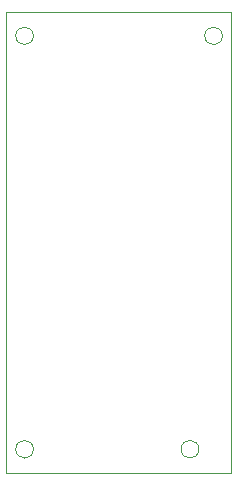
<source format=gbr>
%TF.GenerationSoftware,KiCad,Pcbnew,(6.0.2-0)*%
%TF.CreationDate,2022-03-31T23:17:21+02:00*%
%TF.ProjectId,BadPico,42616450-6963-46f2-9e6b-696361645f70,rev?*%
%TF.SameCoordinates,Original*%
%TF.FileFunction,Profile,NP*%
%FSLAX46Y46*%
G04 Gerber Fmt 4.6, Leading zero omitted, Abs format (unit mm)*
G04 Created by KiCad (PCBNEW (6.0.2-0)) date 2022-03-31 23:17:21*
%MOMM*%
%LPD*%
G01*
G04 APERTURE LIST*
%TA.AperFunction,Profile*%
%ADD10C,0.100000*%
%TD*%
G04 APERTURE END LIST*
D10*
X121955000Y-32000000D02*
G75*
G03*
X121955000Y-32000000I-750000J0D01*
G01*
X105950000Y-67000000D02*
G75*
G03*
X105950000Y-67000000I-750000J0D01*
G01*
X103650000Y-30000000D02*
X122650000Y-30000000D01*
X122650000Y-30000000D02*
X122650000Y-69000000D01*
X122650000Y-69000000D02*
X103650000Y-69000000D01*
X103650000Y-69000000D02*
X103650000Y-30000000D01*
X105950000Y-32000000D02*
G75*
G03*
X105950000Y-32000000I-750000J0D01*
G01*
X119955000Y-67000000D02*
G75*
G03*
X119955000Y-67000000I-750000J0D01*
G01*
M02*

</source>
